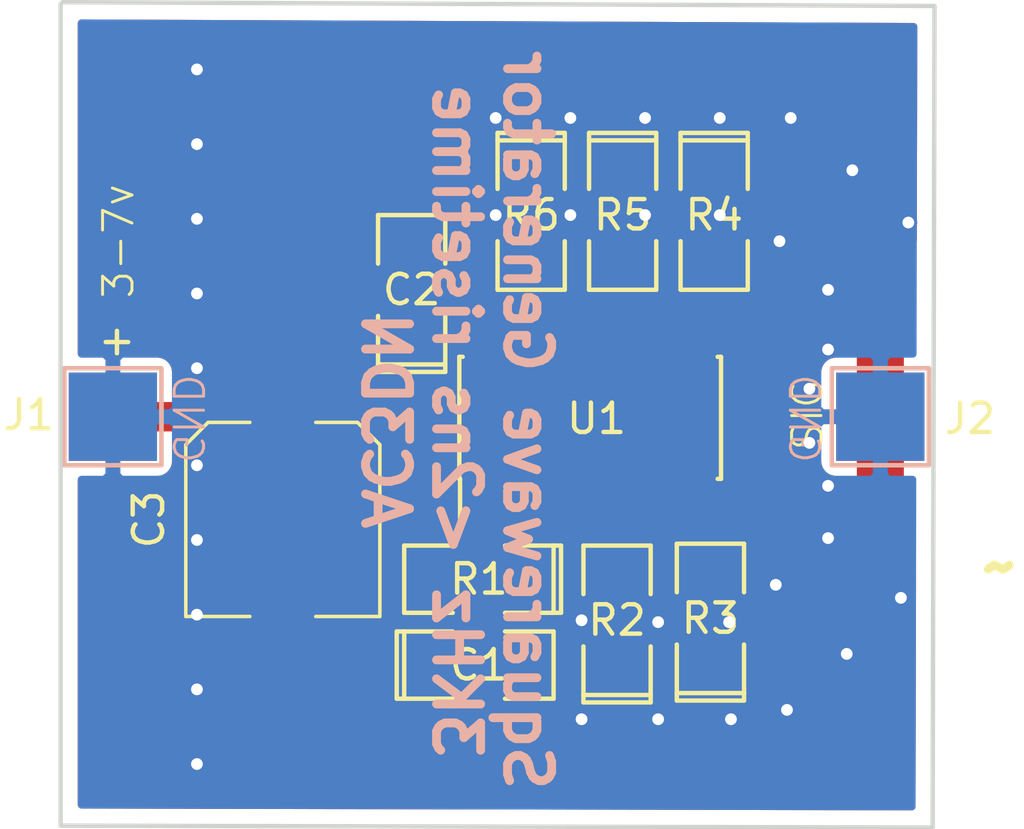
<source format=kicad_pcb>
(kicad_pcb (version 20171130) (host pcbnew "(5.0.1-3-g963ef8bb5)")

  (general
    (thickness 1.6)
    (drawings 10)
    (tracks 98)
    (zones 0)
    (modules 12)
    (nets 11)
  )

  (page A4)
  (layers
    (0 F.Cu signal)
    (31 B.Cu signal)
    (32 B.Adhes user)
    (33 F.Adhes user)
    (34 B.Paste user)
    (35 F.Paste user)
    (36 B.SilkS user)
    (37 F.SilkS user)
    (38 B.Mask user)
    (39 F.Mask user)
    (40 Dwgs.User user)
    (41 Cmts.User user)
    (42 Eco1.User user)
    (43 Eco2.User user)
    (44 Edge.Cuts user)
    (45 Margin user)
    (46 B.CrtYd user)
    (47 F.CrtYd user)
    (48 B.Fab user hide)
    (49 F.Fab user hide)
  )

  (setup
    (last_trace_width 0.25)
    (user_trace_width 1)
    (user_trace_width 1.6)
    (trace_clearance 0.2)
    (zone_clearance 0.508)
    (zone_45_only no)
    (trace_min 0.2)
    (segment_width 0.1)
    (edge_width 0.15)
    (via_size 0.6)
    (via_drill 0.4)
    (via_min_size 0.4)
    (via_min_drill 0.3)
    (uvia_size 0.3)
    (uvia_drill 0.1)
    (uvias_allowed no)
    (uvia_min_size 0.2)
    (uvia_min_drill 0.1)
    (pcb_text_width 0.3)
    (pcb_text_size 1.5 1.5)
    (mod_edge_width 0.15)
    (mod_text_size 1 1)
    (mod_text_width 0.15)
    (pad_size 1.5 0.6)
    (pad_drill 0)
    (pad_to_mask_clearance 0.2)
    (solder_mask_min_width 0.25)
    (aux_axis_origin 0 0)
    (visible_elements FFFFFF7F)
    (pcbplotparams
      (layerselection 0x010f0_ffffffff)
      (usegerberextensions true)
      (usegerberattributes false)
      (usegerberadvancedattributes false)
      (creategerberjobfile false)
      (excludeedgelayer true)
      (linewidth 0.100000)
      (plotframeref false)
      (viasonmask false)
      (mode 1)
      (useauxorigin false)
      (hpglpennumber 1)
      (hpglpenspeed 20)
      (hpglpendiameter 15.000000)
      (psnegative false)
      (psa4output false)
      (plotreference true)
      (plotvalue true)
      (plotinvisibletext false)
      (padsonsilk true)
      (subtractmaskfromsilk false)
      (outputformat 2)
      (mirror false)
      (drillshape 0)
      (scaleselection 1)
      (outputdirectory "/Users/r-w/git/KiCad_Projects/SquarewaveGenerator/gerber/"))
  )

  (net 0 "")
  (net 1 "Net-(C1-Pad1)")
  (net 2 GND)
  (net 3 VCC)
  (net 4 "Net-(R1-Pad1)")
  (net 5 "Net-(R2-Pad2)")
  (net 6 "Net-(R3-Pad2)")
  (net 7 "Net-(R4-Pad2)")
  (net 8 "Net-(R5-Pad2)")
  (net 9 "Net-(R6-Pad2)")
  (net 10 "Net-(J2-Pad1)")

  (net_class Default "This is the default net class."
    (clearance 0.2)
    (trace_width 0.25)
    (via_dia 0.6)
    (via_drill 0.4)
    (uvia_dia 0.3)
    (uvia_drill 0.1)
    (add_net GND)
    (add_net "Net-(C1-Pad1)")
    (add_net "Net-(J2-Pad1)")
    (add_net "Net-(R1-Pad1)")
    (add_net "Net-(R2-Pad2)")
    (add_net "Net-(R3-Pad2)")
    (add_net "Net-(R4-Pad2)")
    (add_net "Net-(R5-Pad2)")
    (add_net "Net-(R6-Pad2)")
    (add_net VCC)
  )

  (module SquareGen:Power_RF_Pads (layer F.Cu) (tedit 5BF0F747) (tstamp 5BF0F0DC)
    (at 133.4135 132.9055)
    (path /5B7FAE96)
    (fp_text reference J1 (at -2.8575 -0.0635) (layer F.SilkS)
      (effects (font (size 1 1) (thickness 0.15)))
    )
    (fp_text value " " (at 0 -2.54) (layer F.Fab)
      (effects (font (size 1 1) (thickness 0.15)))
    )
    (fp_line (start -1.651 1.651) (end -1.651 -1.651) (layer B.SilkS) (width 0.15))
    (fp_line (start 1.651 1.651) (end -1.651 1.651) (layer B.SilkS) (width 0.15))
    (fp_line (start 1.651 -1.651) (end 1.651 1.651) (layer B.SilkS) (width 0.15))
    (fp_line (start -1.651 -1.651) (end 1.651 -1.651) (layer B.SilkS) (width 0.15))
    (fp_line (start -1.651 1.651) (end -1.651 -1.651) (layer F.SilkS) (width 0.15))
    (fp_line (start 1.651 1.651) (end -1.651 1.651) (layer F.SilkS) (width 0.15))
    (fp_line (start 1.651 -1.651) (end 1.651 1.651) (layer F.SilkS) (width 0.15))
    (fp_line (start -1.651 -1.651) (end 1.651 -1.651) (layer F.SilkS) (width 0.15))
    (pad 2 smd rect (at 0 0) (size 3 3) (layers B.Cu B.Paste B.Mask)
      (net 2 GND))
    (pad 1 smd rect (at 0 0) (size 3 3) (layers F.Cu F.Paste F.Mask)
      (net 3 VCC))
  )

  (module SquareGen:Power_RF_Pads (layer F.Cu) (tedit 5BF0F747) (tstamp 5BF0F0E2)
    (at 159.512 132.9055)
    (path /5B7FA589)
    (fp_text reference J2 (at 3.048 0.0635) (layer F.SilkS)
      (effects (font (size 1 1) (thickness 0.15)))
    )
    (fp_text value " " (at 0 -2.54) (layer F.Fab)
      (effects (font (size 1 1) (thickness 0.15)))
    )
    (fp_line (start -1.651 1.651) (end -1.651 -1.651) (layer B.SilkS) (width 0.15))
    (fp_line (start 1.651 1.651) (end -1.651 1.651) (layer B.SilkS) (width 0.15))
    (fp_line (start 1.651 -1.651) (end 1.651 1.651) (layer B.SilkS) (width 0.15))
    (fp_line (start -1.651 -1.651) (end 1.651 -1.651) (layer B.SilkS) (width 0.15))
    (fp_line (start -1.651 1.651) (end -1.651 -1.651) (layer F.SilkS) (width 0.15))
    (fp_line (start 1.651 1.651) (end -1.651 1.651) (layer F.SilkS) (width 0.15))
    (fp_line (start 1.651 -1.651) (end 1.651 1.651) (layer F.SilkS) (width 0.15))
    (fp_line (start -1.651 -1.651) (end 1.651 -1.651) (layer F.SilkS) (width 0.15))
    (pad 2 smd rect (at 0 0) (size 3 3) (layers B.Cu B.Paste B.Mask)
      (net 2 GND))
    (pad 1 smd rect (at 0 0) (size 3 3) (layers F.Cu F.Paste F.Mask)
      (net 10 "Net-(J2-Pad1)"))
  )

  (module SquareGen:SOIC-14_3.9x8.7mm_Pitch1.27mm (layer F.Cu) (tedit 574D9791) (tstamp 5B927D3C)
    (at 149.6441 132.9436 90)
    (descr "14-Lead Plastic Small Outline (SL) - Narrow, 3.90 mm Body [SOIC] (see Microchip Packaging Specification 00000049BS.pdf)")
    (tags "SOIC 1.27")
    (path /5C068597)
    (attr smd)
    (fp_text reference U1 (at -0.0254 0.2159 180) (layer F.SilkS)
      (effects (font (size 1 1) (thickness 0.15)))
    )
    (fp_text value 74AC14 (at 0 5.375 90) (layer F.Fab)
      (effects (font (size 1 1) (thickness 0.15)))
    )
    (fp_line (start -2.075 -4.425) (end -3.45 -4.425) (layer F.SilkS) (width 0.15))
    (fp_line (start -2.075 4.45) (end 2.075 4.45) (layer F.SilkS) (width 0.15))
    (fp_line (start -2.075 -4.45) (end 2.075 -4.45) (layer F.SilkS) (width 0.15))
    (fp_line (start -2.075 4.45) (end -2.075 4.335) (layer F.SilkS) (width 0.15))
    (fp_line (start 2.075 4.45) (end 2.075 4.335) (layer F.SilkS) (width 0.15))
    (fp_line (start 2.075 -4.45) (end 2.075 -4.335) (layer F.SilkS) (width 0.15))
    (fp_line (start -2.075 -4.45) (end -2.075 -4.425) (layer F.SilkS) (width 0.15))
    (fp_line (start -3.7 4.65) (end 3.7 4.65) (layer F.CrtYd) (width 0.05))
    (fp_line (start -3.7 -4.65) (end 3.7 -4.65) (layer F.CrtYd) (width 0.05))
    (fp_line (start 3.7 -4.65) (end 3.7 4.65) (layer F.CrtYd) (width 0.05))
    (fp_line (start -3.7 -4.65) (end -3.7 4.65) (layer F.CrtYd) (width 0.05))
    (fp_line (start -1.95 -3.35) (end -0.95 -4.35) (layer F.Fab) (width 0.15))
    (fp_line (start -1.95 4.35) (end -1.95 -3.35) (layer F.Fab) (width 0.15))
    (fp_line (start 1.95 4.35) (end -1.95 4.35) (layer F.Fab) (width 0.15))
    (fp_line (start 1.95 -4.35) (end 1.95 4.35) (layer F.Fab) (width 0.15))
    (fp_line (start -0.95 -4.35) (end 1.95 -4.35) (layer F.Fab) (width 0.15))
    (pad 14 smd rect (at 2.7 -3.81 90) (size 1.5 0.6) (layers F.Cu F.Paste F.Mask)
      (net 3 VCC))
    (pad 13 smd rect (at 2.7 -2.54 90) (size 1.5 0.6) (layers F.Cu F.Paste F.Mask)
      (net 4 "Net-(R1-Pad1)"))
    (pad 12 smd rect (at 2.7 -1.27 90) (size 1.5 0.6) (layers F.Cu F.Paste F.Mask)
      (net 9 "Net-(R6-Pad2)"))
    (pad 11 smd rect (at 2.7 0 90) (size 1.5 0.6) (layers F.Cu F.Paste F.Mask)
      (net 4 "Net-(R1-Pad1)"))
    (pad 10 smd rect (at 2.7 1.27 90) (size 1.5 0.6) (layers F.Cu F.Paste F.Mask)
      (net 8 "Net-(R5-Pad2)"))
    (pad 9 smd rect (at 2.7 2.54 90) (size 1.5 0.6) (layers F.Cu F.Paste F.Mask)
      (net 4 "Net-(R1-Pad1)"))
    (pad 8 smd rect (at 2.7 3.81 90) (size 1.5 0.6) (layers F.Cu F.Paste F.Mask)
      (net 7 "Net-(R4-Pad2)"))
    (pad 7 smd rect (at -2.7 3.81 90) (size 1.5 0.6) (layers F.Cu F.Paste F.Mask)
      (net 2 GND))
    (pad 6 smd rect (at -2.7 2.54 90) (size 1.5 0.6) (layers F.Cu F.Paste F.Mask)
      (net 6 "Net-(R3-Pad2)"))
    (pad 5 smd rect (at -2.7 1.27 90) (size 1.5 0.6) (layers F.Cu F.Paste F.Mask)
      (net 4 "Net-(R1-Pad1)"))
    (pad 4 smd rect (at -2.7 0 90) (size 1.5 0.6) (layers F.Cu F.Paste F.Mask)
      (net 5 "Net-(R2-Pad2)"))
    (pad 3 smd rect (at -2.7 -1.27 90) (size 1.5 0.6) (layers F.Cu F.Paste F.Mask)
      (net 4 "Net-(R1-Pad1)"))
    (pad 2 smd rect (at -2.7 -2.54 90) (size 1.5 0.6) (layers F.Cu F.Paste F.Mask)
      (net 4 "Net-(R1-Pad1)"))
    (pad 1 smd rect (at -2.7 -3.81 90) (size 1.5 0.6) (layers F.Cu F.Paste F.Mask)
      (net 1 "Net-(C1-Pad1)"))
    (model Housings_SOIC.3dshapes/SOIC-14_3.9x8.7mm_Pitch1.27mm.wrl
      (at (xyz 0 0 0))
      (scale (xyz 1 1 1))
      (rotate (xyz 0 0 0))
    )
  )

  (module SMD_Packages:SMD-1206_Pol (layer F.Cu) (tedit 0) (tstamp 5B927CB1)
    (at 145.8595 141.351)
    (path /5B7F86A6)
    (attr smd)
    (fp_text reference C1 (at 0 0) (layer F.SilkS)
      (effects (font (size 1 1) (thickness 0.15)))
    )
    (fp_text value 47nF (at 0 0) (layer F.Fab)
      (effects (font (size 1 1) (thickness 0.15)))
    )
    (fp_line (start -2.54 -1.143) (end -2.794 -1.143) (layer F.SilkS) (width 0.15))
    (fp_line (start -2.794 -1.143) (end -2.794 1.143) (layer F.SilkS) (width 0.15))
    (fp_line (start -2.794 1.143) (end -2.54 1.143) (layer F.SilkS) (width 0.15))
    (fp_line (start -2.54 -1.143) (end -2.54 1.143) (layer F.SilkS) (width 0.15))
    (fp_line (start -2.54 1.143) (end -0.889 1.143) (layer F.SilkS) (width 0.15))
    (fp_line (start 0.889 -1.143) (end 2.54 -1.143) (layer F.SilkS) (width 0.15))
    (fp_line (start 2.54 -1.143) (end 2.54 1.143) (layer F.SilkS) (width 0.15))
    (fp_line (start 2.54 1.143) (end 0.889 1.143) (layer F.SilkS) (width 0.15))
    (fp_line (start -0.889 -1.143) (end -2.54 -1.143) (layer F.SilkS) (width 0.15))
    (pad 1 smd rect (at -1.651 0) (size 1.524 2.032) (layers F.Cu F.Paste F.Mask)
      (net 1 "Net-(C1-Pad1)"))
    (pad 2 smd rect (at 1.651 0) (size 1.524 2.032) (layers F.Cu F.Paste F.Mask)
      (net 2 GND))
    (model SMD_Packages.3dshapes/SMD-1206_Pol.wrl
      (at (xyz 0 0 0))
      (scale (xyz 0.17 0.16 0.16))
      (rotate (xyz 0 0 0))
    )
  )

  (module SMD_Packages:SMD-1206_Pol (layer F.Cu) (tedit 5B7FB78C) (tstamp 5B927CC0)
    (at 143.5735 128.5875 90)
    (path /5B7F871E)
    (attr smd)
    (fp_text reference C2 (at 0 0 -180) (layer F.SilkS)
      (effects (font (size 1 1) (thickness 0.15)))
    )
    (fp_text value 100nF (at 0 0 90) (layer F.Fab)
      (effects (font (size 1 1) (thickness 0.15)))
    )
    (fp_line (start -2.54 -1.143) (end -2.794 -1.143) (layer F.SilkS) (width 0.15))
    (fp_line (start -2.794 -1.143) (end -2.794 1.143) (layer F.SilkS) (width 0.15))
    (fp_line (start -2.794 1.143) (end -2.54 1.143) (layer F.SilkS) (width 0.15))
    (fp_line (start -2.54 -1.143) (end -2.54 1.143) (layer F.SilkS) (width 0.15))
    (fp_line (start -2.54 1.143) (end -0.889 1.143) (layer F.SilkS) (width 0.15))
    (fp_line (start 0.889 -1.143) (end 2.54 -1.143) (layer F.SilkS) (width 0.15))
    (fp_line (start 2.54 -1.143) (end 2.54 1.143) (layer F.SilkS) (width 0.15))
    (fp_line (start 2.54 1.143) (end 0.889 1.143) (layer F.SilkS) (width 0.15))
    (fp_line (start -0.889 -1.143) (end -2.54 -1.143) (layer F.SilkS) (width 0.15))
    (pad 1 smd rect (at -1.651 0 90) (size 1.524 2.032) (layers F.Cu F.Paste F.Mask)
      (net 3 VCC))
    (pad 2 smd rect (at 1.651 0 90) (size 1.524 2.032) (layers F.Cu F.Paste F.Mask)
      (net 2 GND))
    (model SMD_Packages.3dshapes/SMD-1206_Pol.wrl
      (at (xyz 0 0 0))
      (scale (xyz 0.17 0.16 0.16))
      (rotate (xyz 0 0 0))
    )
  )

  (module SMD_Packages:SMD-1206_Pol (layer F.Cu) (tedit 0) (tstamp 5B927CCF)
    (at 145.8595 138.43 180)
    (path /5B7F8289)
    (attr smd)
    (fp_text reference R1 (at 0 0 180) (layer F.SilkS)
      (effects (font (size 1 1) (thickness 0.15)))
    )
    (fp_text value 6.8K (at 0 0 180) (layer F.Fab)
      (effects (font (size 1 1) (thickness 0.15)))
    )
    (fp_line (start -2.54 -1.143) (end -2.794 -1.143) (layer F.SilkS) (width 0.15))
    (fp_line (start -2.794 -1.143) (end -2.794 1.143) (layer F.SilkS) (width 0.15))
    (fp_line (start -2.794 1.143) (end -2.54 1.143) (layer F.SilkS) (width 0.15))
    (fp_line (start -2.54 -1.143) (end -2.54 1.143) (layer F.SilkS) (width 0.15))
    (fp_line (start -2.54 1.143) (end -0.889 1.143) (layer F.SilkS) (width 0.15))
    (fp_line (start 0.889 -1.143) (end 2.54 -1.143) (layer F.SilkS) (width 0.15))
    (fp_line (start 2.54 -1.143) (end 2.54 1.143) (layer F.SilkS) (width 0.15))
    (fp_line (start 2.54 1.143) (end 0.889 1.143) (layer F.SilkS) (width 0.15))
    (fp_line (start -0.889 -1.143) (end -2.54 -1.143) (layer F.SilkS) (width 0.15))
    (pad 1 smd rect (at -1.651 0 180) (size 1.524 2.032) (layers F.Cu F.Paste F.Mask)
      (net 4 "Net-(R1-Pad1)"))
    (pad 2 smd rect (at 1.651 0 180) (size 1.524 2.032) (layers F.Cu F.Paste F.Mask)
      (net 1 "Net-(C1-Pad1)"))
    (model SMD_Packages.3dshapes/SMD-1206_Pol.wrl
      (at (xyz 0 0 0))
      (scale (xyz 0.17 0.16 0.16))
      (rotate (xyz 0 0 0))
    )
  )

  (module SMD_Packages:SMD-1206_Pol (layer F.Cu) (tedit 5B7FB775) (tstamp 5B927CDE)
    (at 150.5585 139.827 90)
    (path /5B7F8185)
    (attr smd)
    (fp_text reference R2 (at 0 0 180) (layer F.SilkS)
      (effects (font (size 1 1) (thickness 0.15)))
    )
    (fp_text value 220 (at 0 0 90) (layer F.Fab)
      (effects (font (size 1 1) (thickness 0.15)))
    )
    (fp_line (start -2.54 -1.143) (end -2.794 -1.143) (layer F.SilkS) (width 0.15))
    (fp_line (start -2.794 -1.143) (end -2.794 1.143) (layer F.SilkS) (width 0.15))
    (fp_line (start -2.794 1.143) (end -2.54 1.143) (layer F.SilkS) (width 0.15))
    (fp_line (start -2.54 -1.143) (end -2.54 1.143) (layer F.SilkS) (width 0.15))
    (fp_line (start -2.54 1.143) (end -0.889 1.143) (layer F.SilkS) (width 0.15))
    (fp_line (start 0.889 -1.143) (end 2.54 -1.143) (layer F.SilkS) (width 0.15))
    (fp_line (start 2.54 -1.143) (end 2.54 1.143) (layer F.SilkS) (width 0.15))
    (fp_line (start 2.54 1.143) (end 0.889 1.143) (layer F.SilkS) (width 0.15))
    (fp_line (start -0.889 -1.143) (end -2.54 -1.143) (layer F.SilkS) (width 0.15))
    (pad 1 smd rect (at -1.651 0 90) (size 1.524 2.032) (layers F.Cu F.Paste F.Mask)
      (net 10 "Net-(J2-Pad1)"))
    (pad 2 smd rect (at 1.651 0 90) (size 1.524 2.032) (layers F.Cu F.Paste F.Mask)
      (net 5 "Net-(R2-Pad2)"))
    (model SMD_Packages.3dshapes/SMD-1206_Pol.wrl
      (at (xyz 0 0 0))
      (scale (xyz 0.17 0.16 0.16))
      (rotate (xyz 0 0 0))
    )
  )

  (module SMD_Packages:SMD-1206_Pol (layer F.Cu) (tedit 5B7FB778) (tstamp 5B927CED)
    (at 153.7335 139.7635 90)
    (path /5B7F8BDE)
    (attr smd)
    (fp_text reference R3 (at 0 0 180) (layer F.SilkS)
      (effects (font (size 1 1) (thickness 0.15)))
    )
    (fp_text value 220 (at 0 0 90) (layer F.Fab)
      (effects (font (size 1 1) (thickness 0.15)))
    )
    (fp_line (start -2.54 -1.143) (end -2.794 -1.143) (layer F.SilkS) (width 0.15))
    (fp_line (start -2.794 -1.143) (end -2.794 1.143) (layer F.SilkS) (width 0.15))
    (fp_line (start -2.794 1.143) (end -2.54 1.143) (layer F.SilkS) (width 0.15))
    (fp_line (start -2.54 -1.143) (end -2.54 1.143) (layer F.SilkS) (width 0.15))
    (fp_line (start -2.54 1.143) (end -0.889 1.143) (layer F.SilkS) (width 0.15))
    (fp_line (start 0.889 -1.143) (end 2.54 -1.143) (layer F.SilkS) (width 0.15))
    (fp_line (start 2.54 -1.143) (end 2.54 1.143) (layer F.SilkS) (width 0.15))
    (fp_line (start 2.54 1.143) (end 0.889 1.143) (layer F.SilkS) (width 0.15))
    (fp_line (start -0.889 -1.143) (end -2.54 -1.143) (layer F.SilkS) (width 0.15))
    (pad 1 smd rect (at -1.651 0 90) (size 1.524 2.032) (layers F.Cu F.Paste F.Mask)
      (net 10 "Net-(J2-Pad1)"))
    (pad 2 smd rect (at 1.651 0 90) (size 1.524 2.032) (layers F.Cu F.Paste F.Mask)
      (net 6 "Net-(R3-Pad2)"))
    (model SMD_Packages.3dshapes/SMD-1206_Pol.wrl
      (at (xyz 0 0 0))
      (scale (xyz 0.17 0.16 0.16))
      (rotate (xyz 0 0 0))
    )
  )

  (module SMD_Packages:SMD-1206_Pol (layer F.Cu) (tedit 5B7FB787) (tstamp 5B927CFC)
    (at 153.8605 126.0475 270)
    (path /5B7F8C0E)
    (attr smd)
    (fp_text reference R4 (at 0 0) (layer F.SilkS)
      (effects (font (size 1 1) (thickness 0.15)))
    )
    (fp_text value 220 (at 0 0 270) (layer F.Fab)
      (effects (font (size 1 1) (thickness 0.15)))
    )
    (fp_line (start -2.54 -1.143) (end -2.794 -1.143) (layer F.SilkS) (width 0.15))
    (fp_line (start -2.794 -1.143) (end -2.794 1.143) (layer F.SilkS) (width 0.15))
    (fp_line (start -2.794 1.143) (end -2.54 1.143) (layer F.SilkS) (width 0.15))
    (fp_line (start -2.54 -1.143) (end -2.54 1.143) (layer F.SilkS) (width 0.15))
    (fp_line (start -2.54 1.143) (end -0.889 1.143) (layer F.SilkS) (width 0.15))
    (fp_line (start 0.889 -1.143) (end 2.54 -1.143) (layer F.SilkS) (width 0.15))
    (fp_line (start 2.54 -1.143) (end 2.54 1.143) (layer F.SilkS) (width 0.15))
    (fp_line (start 2.54 1.143) (end 0.889 1.143) (layer F.SilkS) (width 0.15))
    (fp_line (start -0.889 -1.143) (end -2.54 -1.143) (layer F.SilkS) (width 0.15))
    (pad 1 smd rect (at -1.651 0 270) (size 1.524 2.032) (layers F.Cu F.Paste F.Mask)
      (net 10 "Net-(J2-Pad1)"))
    (pad 2 smd rect (at 1.651 0 270) (size 1.524 2.032) (layers F.Cu F.Paste F.Mask)
      (net 7 "Net-(R4-Pad2)"))
    (model SMD_Packages.3dshapes/SMD-1206_Pol.wrl
      (at (xyz 0 0 0))
      (scale (xyz 0.17 0.16 0.16))
      (rotate (xyz 0 0 0))
    )
  )

  (module SMD_Packages:SMD-1206_Pol (layer F.Cu) (tedit 5B7FB784) (tstamp 5B927D0B)
    (at 150.749 126.0475 270)
    (path /5B7F8C6D)
    (attr smd)
    (fp_text reference R5 (at 0 0) (layer F.SilkS)
      (effects (font (size 1 1) (thickness 0.15)))
    )
    (fp_text value 220 (at 0 0 270) (layer F.Fab)
      (effects (font (size 1 1) (thickness 0.15)))
    )
    (fp_line (start -2.54 -1.143) (end -2.794 -1.143) (layer F.SilkS) (width 0.15))
    (fp_line (start -2.794 -1.143) (end -2.794 1.143) (layer F.SilkS) (width 0.15))
    (fp_line (start -2.794 1.143) (end -2.54 1.143) (layer F.SilkS) (width 0.15))
    (fp_line (start -2.54 -1.143) (end -2.54 1.143) (layer F.SilkS) (width 0.15))
    (fp_line (start -2.54 1.143) (end -0.889 1.143) (layer F.SilkS) (width 0.15))
    (fp_line (start 0.889 -1.143) (end 2.54 -1.143) (layer F.SilkS) (width 0.15))
    (fp_line (start 2.54 -1.143) (end 2.54 1.143) (layer F.SilkS) (width 0.15))
    (fp_line (start 2.54 1.143) (end 0.889 1.143) (layer F.SilkS) (width 0.15))
    (fp_line (start -0.889 -1.143) (end -2.54 -1.143) (layer F.SilkS) (width 0.15))
    (pad 1 smd rect (at -1.651 0 270) (size 1.524 2.032) (layers F.Cu F.Paste F.Mask)
      (net 10 "Net-(J2-Pad1)"))
    (pad 2 smd rect (at 1.651 0 270) (size 1.524 2.032) (layers F.Cu F.Paste F.Mask)
      (net 8 "Net-(R5-Pad2)"))
    (model SMD_Packages.3dshapes/SMD-1206_Pol.wrl
      (at (xyz 0 0 0))
      (scale (xyz 0.17 0.16 0.16))
      (rotate (xyz 0 0 0))
    )
  )

  (module SMD_Packages:SMD-1206_Pol (layer F.Cu) (tedit 5B7FB77B) (tstamp 5B927D1A)
    (at 147.6375 126.0475 270)
    (path /5B7F8C3F)
    (attr smd)
    (fp_text reference R6 (at 0 0) (layer F.SilkS)
      (effects (font (size 1 1) (thickness 0.15)))
    )
    (fp_text value 220 (at 0 0 270) (layer F.Fab)
      (effects (font (size 1 1) (thickness 0.15)))
    )
    (fp_line (start -2.54 -1.143) (end -2.794 -1.143) (layer F.SilkS) (width 0.15))
    (fp_line (start -2.794 -1.143) (end -2.794 1.143) (layer F.SilkS) (width 0.15))
    (fp_line (start -2.794 1.143) (end -2.54 1.143) (layer F.SilkS) (width 0.15))
    (fp_line (start -2.54 -1.143) (end -2.54 1.143) (layer F.SilkS) (width 0.15))
    (fp_line (start -2.54 1.143) (end -0.889 1.143) (layer F.SilkS) (width 0.15))
    (fp_line (start 0.889 -1.143) (end 2.54 -1.143) (layer F.SilkS) (width 0.15))
    (fp_line (start 2.54 -1.143) (end 2.54 1.143) (layer F.SilkS) (width 0.15))
    (fp_line (start 2.54 1.143) (end 0.889 1.143) (layer F.SilkS) (width 0.15))
    (fp_line (start -0.889 -1.143) (end -2.54 -1.143) (layer F.SilkS) (width 0.15))
    (pad 1 smd rect (at -1.651 0 270) (size 1.524 2.032) (layers F.Cu F.Paste F.Mask)
      (net 10 "Net-(J2-Pad1)"))
    (pad 2 smd rect (at 1.651 0 270) (size 1.524 2.032) (layers F.Cu F.Paste F.Mask)
      (net 9 "Net-(R6-Pad2)"))
    (model SMD_Packages.3dshapes/SMD-1206_Pol.wrl
      (at (xyz 0 0 0))
      (scale (xyz 0.17 0.16 0.16))
      (rotate (xyz 0 0 0))
    )
  )

  (module Capacitors_SMD:CP_Elec_6.3x5.7 (layer F.Cu) (tedit 58AA8B43) (tstamp 5C075A12)
    (at 139.192 136.398 270)
    (descr "SMT capacitor, aluminium electrolytic, 6.3x5.7")
    (path /5C076CC2)
    (attr smd)
    (fp_text reference C3 (at 0 4.56 270) (layer F.SilkS)
      (effects (font (size 1 1) (thickness 0.15)))
    )
    (fp_text value 10uF (at 0 -4.56 270) (layer F.Fab)
      (effects (font (size 1 1) (thickness 0.15)))
    )
    (fp_line (start 4.7 3.4) (end -4.7 3.4) (layer F.CrtYd) (width 0.05))
    (fp_line (start 4.7 3.4) (end 4.7 -3.4) (layer F.CrtYd) (width 0.05))
    (fp_line (start -4.7 -3.4) (end -4.7 3.4) (layer F.CrtYd) (width 0.05))
    (fp_line (start -4.7 -3.4) (end 4.7 -3.4) (layer F.CrtYd) (width 0.05))
    (fp_line (start -2.54 -3.3) (end 3.3 -3.3) (layer F.SilkS) (width 0.12))
    (fp_line (start -3.3 -2.54) (end -2.54 -3.3) (layer F.SilkS) (width 0.12))
    (fp_line (start -2.54 3.3) (end -3.3 2.54) (layer F.SilkS) (width 0.12))
    (fp_line (start 3.3 3.3) (end -2.54 3.3) (layer F.SilkS) (width 0.12))
    (fp_line (start -3.3 -2.54) (end -3.3 -1.12) (layer F.SilkS) (width 0.12))
    (fp_line (start -3.3 2.54) (end -3.3 1.12) (layer F.SilkS) (width 0.12))
    (fp_line (start 3.3 3.3) (end 3.3 1.12) (layer F.SilkS) (width 0.12))
    (fp_line (start 3.3 -3.3) (end 3.3 -1.12) (layer F.SilkS) (width 0.12))
    (fp_line (start 3.15 -3.15) (end -2.48 -3.15) (layer F.Fab) (width 0.1))
    (fp_line (start -2.48 -3.15) (end -3.15 -2.48) (layer F.Fab) (width 0.1))
    (fp_line (start -3.15 -2.48) (end -3.15 2.48) (layer F.Fab) (width 0.1))
    (fp_line (start -3.15 2.48) (end -2.48 3.15) (layer F.Fab) (width 0.1))
    (fp_line (start -2.48 3.15) (end 3.15 3.15) (layer F.Fab) (width 0.1))
    (fp_line (start 3.15 3.15) (end 3.15 -3.15) (layer F.Fab) (width 0.1))
    (fp_text user %R (at 0 4.56 270) (layer F.Fab)
      (effects (font (size 1 1) (thickness 0.15)))
    )
    (fp_text user + (at -6.0325 5.715 270) (layer F.SilkS)
      (effects (font (size 1 1) (thickness 0.15)))
    )
    (fp_text user + (at -1.79 -0.06 270) (layer F.Fab)
      (effects (font (size 1 1) (thickness 0.15)))
    )
    (fp_circle (center 0 0) (end 0.6 3) (layer F.Fab) (width 0.1))
    (pad 2 smd rect (at 2.7 0 90) (size 3.5 1.6) (layers F.Cu F.Paste F.Mask)
      (net 2 GND))
    (pad 1 smd rect (at -2.7 0 90) (size 3.5 1.6) (layers F.Cu F.Paste F.Mask)
      (net 3 VCC))
    (model Capacitors_SMD.3dshapes/CP_Elec_6.3x5.7.wrl
      (at (xyz 0 0 0))
      (scale (xyz 1 1 1))
      (rotate (xyz 0 0 180))
    )
  )

  (gr_text SIG (at 157.0355 132.842 90) (layer F.SilkS)
    (effects (font (size 1 1) (thickness 0.1)))
  )
  (gr_text GND (at 156.9085 132.969 270) (layer B.SilkS) (tstamp 5BF0F9A1)
    (effects (font (size 1 1) (thickness 0.1)) (justify mirror))
  )
  (gr_text GND (at 135.9535 132.969 270) (layer B.SilkS)
    (effects (font (size 1 1) (thickness 0.1)) (justify mirror))
  )
  (gr_text "Squarewave Generator\n3KHz <2ns risetime\nAC3DN" (at 145.0975 133.0325 -90) (layer B.SilkS)
    (effects (font (size 1.5 1.5) (thickness 0.3)) (justify mirror))
  )
  (gr_text ~ (at 163.576 137.9855) (layer F.SilkS)
    (effects (font (size 1.5 1.5) (thickness 0.3)))
  )
  (gr_text 3-7v (at 133.604 126.9365 90) (layer F.SilkS)
    (effects (font (size 1 1) (thickness 0.1)))
  )
  (gr_line (start 131.6355 146.812) (end 131.6355 118.872) (angle 90) (layer Edge.Cuts) (width 0.15))
  (gr_line (start 161.29 146.8755) (end 131.6355 146.812) (angle 90) (layer Edge.Cuts) (width 0.15))
  (gr_line (start 161.3535 118.9355) (end 161.29 146.8755) (angle 90) (layer Edge.Cuts) (width 0.15))
  (gr_line (start 131.699 118.8085) (end 161.29 118.9355) (angle 90) (layer Edge.Cuts) (width 0.15))

  (segment (start 144.2085 141.224) (end 144.3355 141.351) (width 0.25) (layer F.Cu) (net 1) (tstamp 5B92ECB8))
  (segment (start 144.6276 138.0109) (end 144.2085 138.43) (width 0.25) (layer F.Cu) (net 1) (tstamp 5B92ECB2))
  (segment (start 144.5341 135.6436) (end 144.2085 135.9692) (width 1) (layer F.Cu) (net 1))
  (segment (start 144.2085 135.9692) (end 144.2085 138.43) (width 1) (layer F.Cu) (net 1))
  (segment (start 145.8341 135.6436) (end 144.5341 135.6436) (width 1) (layer F.Cu) (net 1))
  (segment (start 144.2085 138.43) (end 144.2085 141.351) (width 1.6) (layer F.Cu) (net 1))
  (via (at 136.271 131.2545) (size 0.6) (drill 0.4) (layers F.Cu B.Cu) (net 2))
  (via (at 136.271 128.7145) (size 0.6) (drill 0.4) (layers F.Cu B.Cu) (net 2))
  (via (at 136.271 126.1745) (size 0.6) (drill 0.4) (layers F.Cu B.Cu) (net 2))
  (via (at 136.271 123.6345) (size 0.6) (drill 0.4) (layers F.Cu B.Cu) (net 2))
  (via (at 136.271 121.0945) (size 0.6) (drill 0.4) (layers F.Cu B.Cu) (net 2))
  (via (at 136.271 134.5565) (size 0.6) (drill 0.4) (layers F.Cu B.Cu) (net 2))
  (via (at 136.271 137.0965) (size 0.6) (drill 0.4) (layers F.Cu B.Cu) (net 2))
  (via (at 136.271 139.6365) (size 0.6) (drill 0.4) (layers F.Cu B.Cu) (net 2))
  (via (at 136.271 142.1765) (size 0.6) (drill 0.4) (layers F.Cu B.Cu) (net 2))
  (via (at 136.271 144.7165) (size 0.6) (drill 0.4) (layers F.Cu B.Cu) (net 2))
  (via (at 146.431 122.7455) (size 0.6) (drill 0.4) (layers F.Cu B.Cu) (net 2))
  (via (at 148.971 122.7455) (size 0.6) (drill 0.4) (layers F.Cu B.Cu) (net 2))
  (via (at 151.511 122.7455) (size 0.6) (drill 0.4) (layers F.Cu B.Cu) (net 2))
  (via (at 154.051 122.7455) (size 0.6) (drill 0.4) (layers F.Cu B.Cu) (net 2))
  (via (at 149.352 143.1925) (size 0.6) (drill 0.4) (layers F.Cu B.Cu) (net 2))
  (via (at 151.9555 143.1925) (size 0.6) (drill 0.4) (layers F.Cu B.Cu) (net 2))
  (via (at 154.432 143.1925) (size 0.6) (drill 0.4) (layers F.Cu B.Cu) (net 2))
  (via (at 146.431 126.0475) (size 0.6) (drill 0.4) (layers F.Cu B.Cu) (net 2))
  (via (at 148.971 126.0475) (size 0.6) (drill 0.4) (layers F.Cu B.Cu) (net 2))
  (via (at 151.511 126.0475) (size 0.6) (drill 0.4) (layers F.Cu B.Cu) (net 2))
  (via (at 154.051 126.0475) (size 0.6) (drill 0.4) (layers F.Cu B.Cu) (net 2))
  (via (at 149.352 139.827) (size 0.6) (drill 0.4) (layers F.Cu B.Cu) (net 2))
  (via (at 151.9555 139.8905) (size 0.6) (drill 0.4) (layers F.Cu B.Cu) (net 2))
  (via (at 154.3685 139.8905) (size 0.6) (drill 0.4) (layers F.Cu B.Cu) (net 2))
  (via (at 155.956 138.6205) (size 0.6) (drill 0.4) (layers F.Cu B.Cu) (net 2))
  (via (at 157.734 137.033) (size 0.6) (drill 0.4) (layers F.Cu B.Cu) (net 2))
  (via (at 157.734 135.255) (size 0.6) (drill 0.4) (layers F.Cu B.Cu) (net 2))
  (via (at 157.734 130.6195) (size 0.6) (drill 0.4) (layers F.Cu B.Cu) (net 2))
  (via (at 157.734 128.5875) (size 0.6) (drill 0.4) (layers F.Cu B.Cu) (net 2))
  (via (at 156.083 126.9365) (size 0.6) (drill 0.4) (layers F.Cu B.Cu) (net 2))
  (via (at 157.099 131.953) (size 0.6) (drill 0.4) (layers F.Cu B.Cu) (net 2))
  (via (at 157.099 133.7945) (size 0.6) (drill 0.4) (layers F.Cu B.Cu) (net 2))
  (via (at 156.464 122.7455) (size 0.6) (drill 0.4) (layers F.Cu B.Cu) (net 2))
  (via (at 158.5595 124.5235) (size 0.6) (drill 0.4) (layers F.Cu B.Cu) (net 2))
  (via (at 160.4645 126.3015) (size 0.6) (drill 0.4) (layers F.Cu B.Cu) (net 2))
  (via (at 156.337 142.875) (size 0.6) (drill 0.4) (layers F.Cu B.Cu) (net 2))
  (via (at 158.369 140.97) (size 0.6) (drill 0.4) (layers F.Cu B.Cu) (net 2))
  (via (at 160.2105 139.065) (size 0.6) (drill 0.4) (layers F.Cu B.Cu) (net 2))
  (segment (start 147.5105 141.097) (end 147.828 140.7795) (width 0.25) (layer F.Cu) (net 2))
  (segment (start 133.4135 132.9055) (end 137.414 132.9055) (width 1) (layer F.Cu) (net 3))
  (segment (start 140.081 130.2385) (end 143.5735 130.2385) (width 1) (layer F.Cu) (net 3))
  (segment (start 137.414 132.9055) (end 140.081 130.2385) (width 1) (layer F.Cu) (net 3))
  (segment (start 145.829 130.2385) (end 145.8341 130.2436) (width 1) (layer F.Cu) (net 3))
  (segment (start 143.5735 130.2385) (end 145.829 130.2385) (width 1) (layer F.Cu) (net 3))
  (segment (start 138.2065 133.698) (end 137.414 132.9055) (width 1) (layer F.Cu) (net 3))
  (segment (start 139.192 133.698) (end 138.2065 133.698) (width 1) (layer F.Cu) (net 3))
  (segment (start 147.5105 138.43) (end 147.5105 137.4775) (width 1) (layer F.Cu) (net 4))
  (segment (start 147.1041 137.3936) (end 147.1041 135.6436) (width 1) (layer F.Cu) (net 4))
  (segment (start 147.188 137.4775) (end 147.1041 137.3936) (width 1) (layer F.Cu) (net 4))
  (segment (start 147.5105 137.4775) (end 147.188 137.4775) (width 1) (layer F.Cu) (net 4))
  (segment (start 151.774101 131.693601) (end 152.1841 131.283602) (width 1) (layer F.Cu) (net 4))
  (segment (start 147.1041 131.283602) (end 147.514099 131.693601) (width 1) (layer F.Cu) (net 4))
  (segment (start 152.1841 131.283602) (end 152.1841 130.2436) (width 1) (layer F.Cu) (net 4))
  (segment (start 147.1041 130.2436) (end 147.1041 131.283602) (width 1) (layer F.Cu) (net 4))
  (segment (start 149.6441 130.2436) (end 149.6441 131.668201) (width 1) (layer F.Cu) (net 4))
  (segment (start 149.6695 131.693601) (end 151.774101 131.693601) (width 1) (layer F.Cu) (net 4))
  (segment (start 149.6441 131.668201) (end 149.6695 131.693601) (width 1) (layer F.Cu) (net 4))
  (segment (start 147.514099 131.693601) (end 149.6695 131.693601) (width 1) (layer F.Cu) (net 4))
  (segment (start 147.1041 134.112) (end 147.1041 130.2436) (width 1) (layer F.Cu) (net 4))
  (segment (start 147.1041 135.6436) (end 147.1041 134.112) (width 1) (layer F.Cu) (net 4))
  (segment (start 150.9141 134.603598) (end 150.422502 134.112) (width 1) (layer F.Cu) (net 4))
  (segment (start 150.9141 135.6436) (end 150.9141 134.603598) (width 1) (layer F.Cu) (net 4))
  (segment (start 150.9141 133.2636) (end 150.9141 133.8936) (width 1) (layer F.Cu) (net 4))
  (segment (start 150.9141 133.8936) (end 150.9141 135.6436) (width 1) (layer F.Cu) (net 4))
  (segment (start 152.1841 131.9936) (end 150.9141 133.2636) (width 1) (layer F.Cu) (net 4))
  (segment (start 152.1841 130.2436) (end 152.1841 131.9936) (width 1) (layer F.Cu) (net 4))
  (segment (start 147.1041 135.6436) (end 148.3741 135.6436) (width 1) (layer F.Cu) (net 4))
  (segment (start 148.3741 134.1374) (end 148.3995 134.112) (width 1) (layer F.Cu) (net 4))
  (segment (start 148.3741 135.6436) (end 148.3741 134.1374) (width 1) (layer F.Cu) (net 4))
  (segment (start 148.3995 134.112) (end 147.1041 134.112) (width 1) (layer F.Cu) (net 4))
  (segment (start 150.422502 134.112) (end 148.3995 134.112) (width 1) (layer F.Cu) (net 4))
  (segment (start 149.6441 137.2616) (end 150.5585 138.176) (width 1) (layer F.Cu) (net 5))
  (segment (start 149.6441 135.6436) (end 149.6441 137.2616) (width 1) (layer F.Cu) (net 5))
  (segment (start 152.1841 136.5631) (end 153.7335 138.1125) (width 1) (layer F.Cu) (net 6))
  (segment (start 152.1841 135.6436) (end 152.1841 136.5631) (width 1) (layer F.Cu) (net 6))
  (segment (start 153.4541 128.1049) (end 153.8605 127.6985) (width 1) (layer F.Cu) (net 7))
  (segment (start 153.4541 130.2436) (end 153.4541 128.1049) (width 1) (layer F.Cu) (net 7))
  (segment (start 150.9141 127.8636) (end 150.749 127.6985) (width 1) (layer F.Cu) (net 8))
  (segment (start 150.9141 130.2436) (end 150.9141 127.8636) (width 1) (layer F.Cu) (net 8))
  (segment (start 147.6375 127.6985) (end 147.6375 128.27) (width 0.25) (layer F.Cu) (net 9))
  (segment (start 148.3741 128.4351) (end 147.6375 127.6985) (width 1) (layer F.Cu) (net 9))
  (segment (start 148.3741 130.2436) (end 148.3741 128.4351) (width 1) (layer F.Cu) (net 9))
  (segment (start 147.6375 124.3965) (end 150.749 124.3965) (width 1.6) (layer F.Cu) (net 10))
  (segment (start 150.749 124.3965) (end 153.8605 124.3965) (width 1.6) (layer F.Cu) (net 10))
  (segment (start 153.67 141.478) (end 153.7335 141.4145) (width 1.6) (layer F.Cu) (net 10))
  (segment (start 150.5585 141.478) (end 153.67 141.478) (width 1.6) (layer F.Cu) (net 10))
  (segment (start 159.512 137.4775) (end 159.512 132.9055) (width 1.6) (layer F.Cu) (net 10))
  (segment (start 155.575 141.4145) (end 159.512 137.4775) (width 1.6) (layer F.Cu) (net 10))
  (segment (start 153.7335 141.4145) (end 155.575 141.4145) (width 1.6) (layer F.Cu) (net 10))
  (segment (start 159.512 127.8255) (end 159.512 132.9055) (width 1.6) (layer F.Cu) (net 10))
  (segment (start 156.083 124.3965) (end 159.512 127.8255) (width 1.6) (layer F.Cu) (net 10))
  (segment (start 153.8605 124.3965) (end 156.083 124.3965) (width 1.6) (layer F.Cu) (net 10))

  (zone (net 2) (net_name GND) (layer F.Cu) (tstamp 5C0B3C9C) (hatch edge 0.508)
    (connect_pads (clearance 0.508))
    (min_thickness 0.254)
    (fill yes (arc_segments 16) (thermal_gap 0.508) (thermal_bridge_width 0.508))
    (polygon
      (pts
        (xy 131.6355 118.872) (xy 161.29 118.97684) (xy 161.38525 146.8755) (xy 131.73075 146.7485)
      )
    )
    (filled_polygon
      (pts
        (xy 142.099691 131.458309) (xy 142.309735 131.598657) (xy 142.5575 131.64794) (xy 144.5895 131.64794) (xy 144.837265 131.598657)
        (xy 145.047309 131.458309) (xy 145.064105 131.433172) (xy 145.076291 131.451409) (xy 145.286335 131.591757) (xy 145.5341 131.64104)
        (xy 145.969101 131.64104) (xy 145.9691 134.000216) (xy 145.946865 134.112) (xy 145.9691 134.223782) (xy 145.9691 134.24616)
        (xy 145.5341 134.24616) (xy 145.286335 134.295443) (xy 145.076291 134.435791) (xy 145.027641 134.5086) (xy 144.645883 134.5086)
        (xy 144.5341 134.486365) (xy 144.422317 134.5086) (xy 144.091245 134.574454) (xy 143.715811 134.825311) (xy 143.652487 134.920082)
        (xy 143.484982 135.087587) (xy 143.390211 135.150911) (xy 143.191703 135.448) (xy 143.139354 135.526346) (xy 143.051265 135.9692)
        (xy 143.0735 136.080983) (xy 143.0735 136.899523) (xy 142.988691 136.956191) (xy 142.848343 137.166235) (xy 142.79906 137.414)
        (xy 142.79906 138.160169) (xy 142.7735 138.288668) (xy 142.773501 141.492333) (xy 142.79906 141.620827) (xy 142.79906 142.367)
        (xy 142.848343 142.614765) (xy 142.988691 142.824809) (xy 143.198735 142.965157) (xy 143.4465 143.01444) (xy 144.9705 143.01444)
        (xy 145.218265 142.965157) (xy 145.428309 142.824809) (xy 145.568657 142.614765) (xy 145.61794 142.367) (xy 145.61794 141.63675)
        (xy 146.1135 141.63675) (xy 146.1135 142.49331) (xy 146.210173 142.726699) (xy 146.388802 142.905327) (xy 146.622191 143.002)
        (xy 147.22475 143.002) (xy 147.3835 142.84325) (xy 147.3835 141.478) (xy 146.27225 141.478) (xy 146.1135 141.63675)
        (xy 145.61794 141.63675) (xy 145.61794 141.620832) (xy 145.6435 141.492333) (xy 145.6435 138.288667) (xy 145.61794 138.160168)
        (xy 145.61794 137.414) (xy 145.568657 137.166235) (xy 145.477478 137.029777) (xy 145.5341 137.04104) (xy 145.9691 137.04104)
        (xy 145.9691 137.281817) (xy 145.946865 137.3936) (xy 145.991667 137.618833) (xy 146.034954 137.836454) (xy 146.10106 137.935389)
        (xy 146.10106 139.446) (xy 146.150343 139.693765) (xy 146.287076 139.898399) (xy 146.210173 139.975301) (xy 146.1135 140.20869)
        (xy 146.1135 141.06525) (xy 146.27225 141.224) (xy 147.3835 141.224) (xy 147.3835 141.204) (xy 147.6375 141.204)
        (xy 147.6375 141.224) (xy 147.6575 141.224) (xy 147.6575 141.478) (xy 147.6375 141.478) (xy 147.6375 142.84325)
        (xy 147.79625 143.002) (xy 148.398809 143.002) (xy 148.632198 142.905327) (xy 148.810827 142.726699) (xy 148.9075 142.49331)
        (xy 148.9075 142.302541) (xy 148.944343 142.487765) (xy 149.084691 142.697809) (xy 149.294735 142.838157) (xy 149.5425 142.88744)
        (xy 150.288668 142.88744) (xy 150.417167 142.913) (xy 153.528672 142.913) (xy 153.67 142.941112) (xy 153.811328 142.913)
        (xy 153.811333 142.913) (xy 154.130569 142.8495) (xy 155.433672 142.8495) (xy 155.575 142.877612) (xy 155.716328 142.8495)
        (xy 155.716333 142.8495) (xy 156.134909 142.76624) (xy 156.609577 142.449077) (xy 156.689638 142.329257) (xy 160.426761 138.592135)
        (xy 160.546576 138.512077) (xy 160.599185 138.433342) (xy 160.581615 146.163982) (xy 132.3455 146.103519) (xy 132.3455 139.38375)
        (xy 137.757 139.38375) (xy 137.757 140.974309) (xy 137.853673 141.207698) (xy 138.032301 141.386327) (xy 138.26569 141.483)
        (xy 138.90625 141.483) (xy 139.065 141.32425) (xy 139.065 139.225) (xy 139.319 139.225) (xy 139.319 141.32425)
        (xy 139.47775 141.483) (xy 140.11831 141.483) (xy 140.351699 141.386327) (xy 140.530327 141.207698) (xy 140.627 140.974309)
        (xy 140.627 139.38375) (xy 140.46825 139.225) (xy 139.319 139.225) (xy 139.065 139.225) (xy 137.91575 139.225)
        (xy 137.757 139.38375) (xy 132.3455 139.38375) (xy 132.3455 137.221691) (xy 137.757 137.221691) (xy 137.757 138.81225)
        (xy 137.91575 138.971) (xy 139.065 138.971) (xy 139.065 136.87175) (xy 139.319 136.87175) (xy 139.319 138.971)
        (xy 140.46825 138.971) (xy 140.627 138.81225) (xy 140.627 137.221691) (xy 140.530327 136.988302) (xy 140.351699 136.809673)
        (xy 140.11831 136.713) (xy 139.47775 136.713) (xy 139.319 136.87175) (xy 139.065 136.87175) (xy 138.90625 136.713)
        (xy 138.26569 136.713) (xy 138.032301 136.809673) (xy 137.853673 136.988302) (xy 137.757 137.221691) (xy 132.3455 137.221691)
        (xy 132.3455 135.05294) (xy 134.9135 135.05294) (xy 135.161265 135.003657) (xy 135.371309 134.863309) (xy 135.511657 134.653265)
        (xy 135.56094 134.4055) (xy 135.56094 134.0405) (xy 136.943869 134.0405) (xy 137.324889 134.421521) (xy 137.388211 134.516289)
        (xy 137.74456 134.754394) (xy 137.74456 135.448) (xy 137.793843 135.695765) (xy 137.934191 135.905809) (xy 138.144235 136.046157)
        (xy 138.392 136.09544) (xy 139.992 136.09544) (xy 140.239765 136.046157) (xy 140.449809 135.905809) (xy 140.590157 135.695765)
        (xy 140.63944 135.448) (xy 140.63944 131.948) (xy 140.590157 131.700235) (xy 140.449809 131.490191) (xy 140.440597 131.484036)
        (xy 140.551133 131.3735) (xy 142.043023 131.3735)
      )
    )
    (filled_polygon
      (pts
        (xy 160.641891 119.642724) (xy 160.625377 126.908857) (xy 160.546576 126.790923) (xy 160.426761 126.710865) (xy 157.197638 123.481743)
        (xy 157.117577 123.361923) (xy 156.642909 123.04476) (xy 156.224333 122.9615) (xy 156.224328 122.9615) (xy 156.083 122.933388)
        (xy 155.941672 122.9615) (xy 147.496167 122.9615) (xy 147.367668 122.98706) (xy 146.6215 122.98706) (xy 146.373735 123.036343)
        (xy 146.163691 123.176691) (xy 146.023343 123.386735) (xy 145.97406 123.6345) (xy 145.97406 125.1585) (xy 146.023343 125.406265)
        (xy 146.163691 125.616309) (xy 146.373735 125.756657) (xy 146.6215 125.80594) (xy 147.367668 125.80594) (xy 147.496167 125.8315)
        (xy 155.488605 125.8315) (xy 158.077 128.419896) (xy 158.077001 130.75806) (xy 158.012 130.75806) (xy 157.764235 130.807343)
        (xy 157.554191 130.947691) (xy 157.413843 131.157735) (xy 157.36456 131.4055) (xy 157.36456 134.4055) (xy 157.413843 134.653265)
        (xy 157.554191 134.863309) (xy 157.764235 135.003657) (xy 158.012 135.05294) (xy 158.077001 135.05294) (xy 158.077 136.883104)
        (xy 154.980605 139.9795) (xy 153.874833 139.9795) (xy 153.7335 139.951387) (xy 153.592167 139.9795) (xy 153.463668 140.00506)
        (xy 152.7175 140.00506) (xy 152.526761 140.043) (xy 150.417167 140.043) (xy 150.288668 140.06856) (xy 149.5425 140.06856)
        (xy 149.294735 140.117843) (xy 149.084691 140.258191) (xy 148.944343 140.468235) (xy 148.9075 140.653459) (xy 148.9075 140.20869)
        (xy 148.810827 139.975301) (xy 148.733924 139.898399) (xy 148.870657 139.693765) (xy 148.91994 139.446) (xy 148.91994 139.063082)
        (xy 148.944343 139.185765) (xy 149.084691 139.395809) (xy 149.294735 139.536157) (xy 149.5425 139.58544) (xy 151.5745 139.58544)
        (xy 151.822265 139.536157) (xy 152.032309 139.395809) (xy 152.167215 139.19391) (xy 152.259691 139.332309) (xy 152.469735 139.472657)
        (xy 152.7175 139.52194) (xy 154.7495 139.52194) (xy 154.997265 139.472657) (xy 155.207309 139.332309) (xy 155.347657 139.122265)
        (xy 155.39694 138.8745) (xy 155.39694 137.3505) (xy 155.347657 137.102735) (xy 155.207309 136.892691) (xy 154.997265 136.752343)
        (xy 154.7495 136.70306) (xy 154.313236 136.70306) (xy 154.3891 136.519909) (xy 154.3891 135.92935) (xy 154.23035 135.7706)
        (xy 153.5811 135.7706) (xy 153.5811 135.7906) (xy 153.3271 135.7906) (xy 153.3271 135.7706) (xy 153.3191 135.7706)
        (xy 153.3191 135.531817) (xy 153.316073 135.5166) (xy 153.3271 135.5166) (xy 153.3271 134.41735) (xy 153.5811 134.41735)
        (xy 153.5811 135.5166) (xy 154.23035 135.5166) (xy 154.3891 135.35785) (xy 154.3891 134.767291) (xy 154.292427 134.533902)
        (xy 154.113799 134.355273) (xy 153.88041 134.2586) (xy 153.73985 134.2586) (xy 153.5811 134.41735) (xy 153.3271 134.41735)
        (xy 153.16835 134.2586) (xy 153.02779 134.2586) (xy 152.811072 134.348368) (xy 152.731865 134.295443) (xy 152.4841 134.24616)
        (xy 152.0491 134.24616) (xy 152.0491 133.733731) (xy 152.907621 132.875211) (xy 153.002389 132.811889) (xy 153.253246 132.436455)
        (xy 153.312919 132.136456) (xy 153.341335 131.993601) (xy 153.3191 131.881818) (xy 153.3191 131.64104) (xy 153.7541 131.64104)
        (xy 154.001865 131.591757) (xy 154.211909 131.451409) (xy 154.352257 131.241365) (xy 154.40154 130.9936) (xy 154.40154 130.868601)
        (xy 154.523246 130.686455) (xy 154.5891 130.355383) (xy 154.5891 129.10794) (xy 154.8765 129.10794) (xy 155.124265 129.058657)
        (xy 155.334309 128.918309) (xy 155.474657 128.708265) (xy 155.52394 128.4605) (xy 155.52394 126.9365) (xy 155.474657 126.688735)
        (xy 155.334309 126.478691) (xy 155.124265 126.338343) (xy 154.8765 126.28906) (xy 152.8445 126.28906) (xy 152.596735 126.338343)
        (xy 152.386691 126.478691) (xy 152.30475 126.601323) (xy 152.222809 126.478691) (xy 152.012765 126.338343) (xy 151.765 126.28906)
        (xy 149.733 126.28906) (xy 149.485235 126.338343) (xy 149.275191 126.478691) (xy 149.19325 126.601323) (xy 149.111309 126.478691)
        (xy 148.901265 126.338343) (xy 148.6535 126.28906) (xy 146.6215 126.28906) (xy 146.373735 126.338343) (xy 146.163691 126.478691)
        (xy 146.023343 126.688735) (xy 145.97406 126.9365) (xy 145.97406 128.4605) (xy 146.023343 128.708265) (xy 146.115482 128.84616)
        (xy 145.5341 128.84616) (xy 145.286335 128.895443) (xy 145.076291 129.035791) (xy 145.067513 129.048928) (xy 145.047309 129.018691)
        (xy 144.837265 128.878343) (xy 144.5895 128.82906) (xy 142.5575 128.82906) (xy 142.309735 128.878343) (xy 142.099691 129.018691)
        (xy 142.043023 129.1035) (xy 140.192783 129.1035) (xy 140.081 129.081265) (xy 139.638145 129.169354) (xy 139.262711 129.420211)
        (xy 139.199391 129.514976) (xy 136.943869 131.7705) (xy 135.56094 131.7705) (xy 135.56094 131.4055) (xy 135.511657 131.157735)
        (xy 135.371309 130.947691) (xy 135.161265 130.807343) (xy 134.9135 130.75806) (xy 132.3455 130.75806) (xy 132.3455 127.22225)
        (xy 141.9225 127.22225) (xy 141.9225 127.824809) (xy 142.019173 128.058198) (xy 142.197801 128.236827) (xy 142.43119 128.3335)
        (xy 143.28775 128.3335) (xy 143.4465 128.17475) (xy 143.4465 127.0635) (xy 143.7005 127.0635) (xy 143.7005 128.17475)
        (xy 143.85925 128.3335) (xy 144.71581 128.3335) (xy 144.949199 128.236827) (xy 145.127827 128.058198) (xy 145.2245 127.824809)
        (xy 145.2245 127.22225) (xy 145.06575 127.0635) (xy 143.7005 127.0635) (xy 143.4465 127.0635) (xy 142.08125 127.0635)
        (xy 141.9225 127.22225) (xy 132.3455 127.22225) (xy 132.3455 126.048191) (xy 141.9225 126.048191) (xy 141.9225 126.65075)
        (xy 142.08125 126.8095) (xy 143.4465 126.8095) (xy 143.4465 125.69825) (xy 143.7005 125.69825) (xy 143.7005 126.8095)
        (xy 145.06575 126.8095) (xy 145.2245 126.65075) (xy 145.2245 126.048191) (xy 145.127827 125.814802) (xy 144.949199 125.636173)
        (xy 144.71581 125.5395) (xy 143.85925 125.5395) (xy 143.7005 125.69825) (xy 143.4465 125.69825) (xy 143.28775 125.5395)
        (xy 142.43119 125.5395) (xy 142.197801 125.636173) (xy 142.019173 125.814802) (xy 141.9225 126.048191) (xy 132.3455 126.048191)
        (xy 132.3455 119.521281)
      )
    )
  )
  (zone (net 2) (net_name GND) (layer B.Cu) (tstamp 5C0B3C99) (hatch edge 0.508)
    (connect_pads (clearance 0.508))
    (min_thickness 0.254)
    (fill yes (arc_segments 16) (thermal_gap 0.508) (thermal_bridge_width 0.508))
    (polygon
      (pts
        (xy 131.6355 118.792625) (xy 161.3535 118.951375) (xy 161.2265 146.923125) (xy 131.5085 146.700875)
      )
    )
    (filled_polygon
      (pts
        (xy 160.641891 119.642724) (xy 160.616601 130.7705) (xy 159.79775 130.7705) (xy 159.639 130.92925) (xy 159.639 132.7785)
        (xy 159.659 132.7785) (xy 159.659 133.0325) (xy 159.639 133.0325) (xy 159.639 134.88175) (xy 159.79775 135.0405)
        (xy 160.606896 135.0405) (xy 160.581615 146.163982) (xy 132.3455 146.103519) (xy 132.3455 135.0405) (xy 133.12775 135.0405)
        (xy 133.2865 134.88175) (xy 133.2865 133.0325) (xy 133.5405 133.0325) (xy 133.5405 134.88175) (xy 133.69925 135.0405)
        (xy 135.039809 135.0405) (xy 135.273198 134.943827) (xy 135.451827 134.765199) (xy 135.5485 134.53181) (xy 135.5485 133.19125)
        (xy 157.377 133.19125) (xy 157.377 134.53181) (xy 157.473673 134.765199) (xy 157.652302 134.943827) (xy 157.885691 135.0405)
        (xy 159.22625 135.0405) (xy 159.385 134.88175) (xy 159.385 133.0325) (xy 157.53575 133.0325) (xy 157.377 133.19125)
        (xy 135.5485 133.19125) (xy 135.38975 133.0325) (xy 133.5405 133.0325) (xy 133.2865 133.0325) (xy 133.2665 133.0325)
        (xy 133.2665 132.7785) (xy 133.2865 132.7785) (xy 133.2865 130.92925) (xy 133.5405 130.92925) (xy 133.5405 132.7785)
        (xy 135.38975 132.7785) (xy 135.5485 132.61975) (xy 135.5485 131.27919) (xy 157.377 131.27919) (xy 157.377 132.61975)
        (xy 157.53575 132.7785) (xy 159.385 132.7785) (xy 159.385 130.92925) (xy 159.22625 130.7705) (xy 157.885691 130.7705)
        (xy 157.652302 130.867173) (xy 157.473673 131.045801) (xy 157.377 131.27919) (xy 135.5485 131.27919) (xy 135.451827 131.045801)
        (xy 135.273198 130.867173) (xy 135.039809 130.7705) (xy 133.69925 130.7705) (xy 133.5405 130.92925) (xy 133.2865 130.92925)
        (xy 133.12775 130.7705) (xy 132.3455 130.7705) (xy 132.3455 119.521281)
      )
    )
  )
)

</source>
